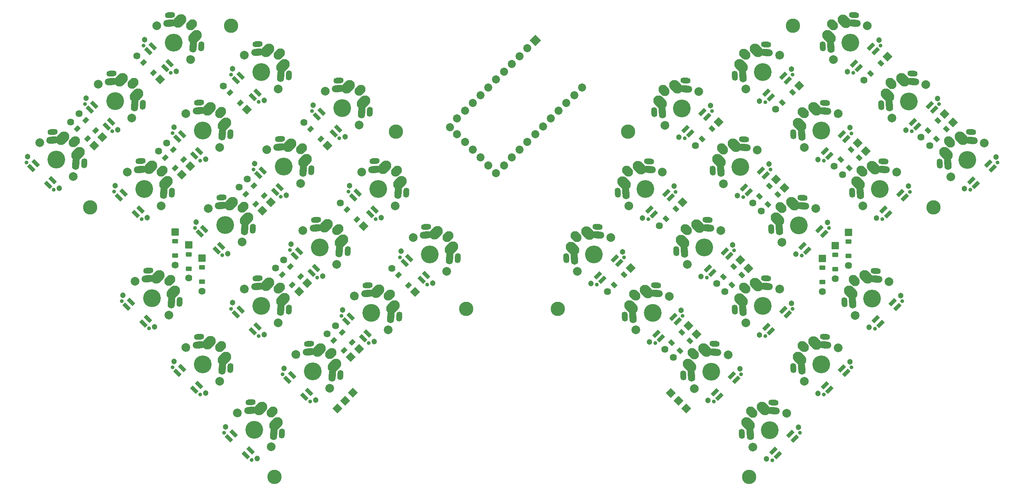
<source format=gbr>
G04 #@! TF.GenerationSoftware,KiCad,Pcbnew,(5.99.0-11349-g4025603a1f)*
G04 #@! TF.CreationDate,2022-06-14T13:32:40-04:00*
G04 #@! TF.ProjectId,eek,65656b2e-6b69-4636-9164-5f7063625858,rev?*
G04 #@! TF.SameCoordinates,Original*
G04 #@! TF.FileFunction,Soldermask,Bot*
G04 #@! TF.FilePolarity,Negative*
%FSLAX46Y46*%
G04 Gerber Fmt 4.6, Leading zero omitted, Abs format (unit mm)*
G04 Created by KiCad (PCBNEW (5.99.0-11349-g4025603a1f)) date 2022-06-14 13:32:40*
%MOMM*%
%LPD*%
G01*
G04 APERTURE LIST*
G04 Aperture macros list*
%AMRoundRect*
0 Rectangle with rounded corners*
0 $1 Rounding radius*
0 $2 $3 $4 $5 $6 $7 $8 $9 X,Y pos of 4 corners*
0 Add a 4 corners polygon primitive as box body*
4,1,4,$2,$3,$4,$5,$6,$7,$8,$9,$2,$3,0*
0 Add four circle primitives for the rounded corners*
1,1,$1+$1,$2,$3*
1,1,$1+$1,$4,$5*
1,1,$1+$1,$6,$7*
1,1,$1+$1,$8,$9*
0 Add four rect primitives between the rounded corners*
20,1,$1+$1,$2,$3,$4,$5,0*
20,1,$1+$1,$4,$5,$6,$7,0*
20,1,$1+$1,$6,$7,$8,$9,0*
20,1,$1+$1,$8,$9,$2,$3,0*%
%AMHorizOval*
0 Thick line with rounded ends*
0 $1 width*
0 $2 $3 position (X,Y) of the first rounded end (center of the circle)*
0 $4 $5 position (X,Y) of the second rounded end (center of the circle)*
0 Add line between two ends*
20,1,$1,$2,$3,$4,$5,0*
0 Add two circle primitives to create the rounded ends*
1,1,$1,$2,$3*
1,1,$1,$4,$5*%
G04 Aperture macros list end*
%ADD10RoundRect,0.051000X-0.106066X0.742462X-0.742462X0.106066X0.106066X-0.742462X0.742462X-0.106066X0*%
%ADD11RoundRect,0.051000X0.000000X1.077631X-1.077631X0.000000X0.000000X-1.077631X1.077631X0.000000X0*%
%ADD12C,1.626000*%
%ADD13RoundRect,0.051000X-0.600000X0.450000X-0.600000X-0.450000X0.600000X-0.450000X0.600000X0.450000X0*%
%ADD14RoundRect,0.051000X-0.762000X0.762000X-0.762000X-0.762000X0.762000X-0.762000X0.762000X0.762000X0*%
%ADD15C,1.302000*%
%ADD16C,2.002000*%
%ADD17C,3.502000*%
%ADD18HorizOval,2.102000X0.176777X-0.176777X-0.176777X0.176777X0*%
%ADD19HorizOval,1.652000X0.622622X-0.054472X-0.622622X0.054472X0*%
%ADD20HorizOval,2.402000X-0.366635X0.366635X0.366635X-0.366635X0*%
%ADD21HorizOval,1.352000X-0.041399X0.473192X0.041399X-0.473192X0*%
%ADD22HorizOval,1.352000X0.473192X-0.041399X-0.473192X0.041399X0*%
%ADD23HorizOval,1.652000X-0.054472X0.622622X0.054472X-0.622622X0*%
%ADD24RoundRect,0.051000X0.346482X0.926310X-0.926310X-0.346482X-0.346482X-0.926310X0.926310X0.346482X0*%
%ADD25C,0.902000*%
%ADD26C,4.089800*%
%ADD27C,1.193800*%
%ADD28RoundRect,0.051000X0.742462X0.106066X0.106066X0.742462X-0.742462X-0.106066X-0.106066X-0.742462X0*%
%ADD29RoundRect,0.051000X1.077631X0.000000X0.000000X1.077631X-1.077631X0.000000X0.000000X-1.077631X0*%
%ADD30HorizOval,2.102000X-0.176777X-0.176777X0.176777X0.176777X0*%
%ADD31HorizOval,1.652000X-0.054472X-0.622622X0.054472X0.622622X0*%
%ADD32HorizOval,2.402000X-0.366635X-0.366635X0.366635X0.366635X0*%
%ADD33HorizOval,1.352000X-0.041399X-0.473192X0.041399X0.473192X0*%
%ADD34HorizOval,1.652000X0.622622X0.054472X-0.622622X-0.054472X0*%
%ADD35HorizOval,1.352000X0.473192X0.041399X-0.473192X-0.041399X0*%
%ADD36RoundRect,0.051000X0.926310X-0.346482X-0.346482X0.926310X-0.926310X0.346482X0.346482X-0.926310X0*%
%ADD37C,3.302000*%
%ADD38RoundRect,0.051000X-1.077631X0.000000X0.000000X-1.077631X1.077631X0.000000X0.000000X1.077631X0*%
%ADD39RoundRect,0.051000X0.000000X1.239275X-1.239275X0.000000X0.000000X-1.239275X1.239275X0.000000X0*%
%ADD40C,1.854600*%
G04 APERTURE END LIST*
D10*
X165917008Y-104476455D03*
X168250460Y-102143003D03*
D11*
X169777811Y-100615652D03*
D12*
X164389657Y-106003806D03*
D10*
X177867112Y-89273659D03*
X180200564Y-86940207D03*
D11*
X181727915Y-85412856D03*
D12*
X176339761Y-90801010D03*
D10*
X188473714Y-68484720D03*
X186140262Y-70818172D03*
D11*
X190001065Y-66957369D03*
D12*
X184612911Y-72345523D03*
D10*
X204666459Y-62474312D03*
X206999911Y-60140860D03*
D11*
X208527262Y-58613509D03*
D12*
X203139108Y-64001663D03*
D10*
X227293875Y-53423345D03*
X224960423Y-55756797D03*
D11*
X228821226Y-51895994D03*
D12*
X223433072Y-57284148D03*
D10*
X179183274Y-117731726D03*
X181516726Y-115398274D03*
D11*
X183044077Y-113870923D03*
D12*
X177655923Y-119259077D03*
D10*
X193416726Y-100268274D03*
X191083274Y-102601726D03*
D11*
X194944077Y-98740923D03*
D12*
X189555923Y-104129077D03*
D10*
X199373274Y-84061726D03*
X201706726Y-81728274D03*
D11*
X203234077Y-80200923D03*
D12*
X197845923Y-85589077D03*
D10*
X218103274Y-75611726D03*
X220436726Y-73278274D03*
D11*
X221964077Y-71750923D03*
D12*
X216575923Y-77139077D03*
D10*
X240453452Y-66611548D03*
X238120000Y-68945000D03*
D11*
X241980803Y-65084197D03*
D12*
X236592649Y-70472351D03*
D10*
X183406726Y-117308274D03*
X181073274Y-119641726D03*
D11*
X184934077Y-115780923D03*
D12*
X179545923Y-121169077D03*
D10*
X192993274Y-104491726D03*
X195326726Y-102158274D03*
D11*
X196854077Y-100630923D03*
D12*
X191465923Y-106019077D03*
D10*
X201293274Y-85951726D03*
X203626726Y-83618274D03*
D11*
X205154077Y-82090923D03*
D12*
X199765923Y-87479077D03*
D10*
X220023274Y-77531726D03*
X222356726Y-75198274D03*
D11*
X223884077Y-73670923D03*
D12*
X218495923Y-79059077D03*
D13*
X213840000Y-103805000D03*
X213840000Y-100505000D03*
D14*
X213840000Y-98345000D03*
D12*
X213840000Y-105965000D03*
D13*
X216840000Y-97545000D03*
X216840000Y-100845000D03*
D14*
X216840000Y-95385000D03*
D12*
X216840000Y-103005000D03*
D13*
X219870000Y-97795000D03*
X219870000Y-94495000D03*
D14*
X219870000Y-92335000D03*
D12*
X219870000Y-99955000D03*
D15*
X212864655Y-129461367D03*
D16*
X209696817Y-126689508D03*
X217474991Y-118911334D03*
D17*
X213585904Y-122800421D03*
D15*
X220179689Y-122146333D03*
D18*
X209413974Y-118628491D03*
X209520040Y-118734557D03*
D19*
X214469787Y-118310293D03*
D20*
X212185833Y-117836531D03*
D21*
X207207801Y-123648949D03*
D22*
X214420290Y-116436460D03*
D23*
X209081634Y-123698447D03*
D20*
X208622014Y-121400350D03*
D24*
X218337662Y-123677233D03*
X214448574Y-127566321D03*
X215509234Y-128626981D03*
D25*
X214222300Y-129730067D03*
D24*
X219398322Y-124737894D03*
D25*
X220515550Y-123436817D03*
D26*
X213585904Y-122800421D03*
D27*
X209993802Y-126392523D03*
X217178006Y-119208319D03*
D17*
X201731967Y-137887250D03*
D16*
X197842880Y-141776337D03*
D15*
X201010718Y-144548196D03*
D16*
X205621054Y-133998163D03*
D15*
X208325752Y-137233162D03*
D19*
X202615850Y-133397122D03*
D18*
X197560037Y-133715320D03*
D20*
X200331896Y-132923360D03*
D18*
X197666103Y-133821386D03*
D21*
X195353864Y-138735778D03*
D20*
X196768077Y-136487179D03*
D23*
X197227697Y-138785276D03*
D22*
X202566353Y-131523289D03*
D24*
X206483725Y-138764062D03*
X202594637Y-142653150D03*
D25*
X202368363Y-144816896D03*
D24*
X203655297Y-143713810D03*
D25*
X208661613Y-138523646D03*
D24*
X207544385Y-139824723D03*
D27*
X205324069Y-134295148D03*
X198139865Y-141479352D03*
D26*
X201731967Y-137887250D03*
D16*
X178680285Y-107057395D03*
D17*
X174791198Y-110946482D03*
D16*
X170902111Y-114835569D03*
D15*
X174069949Y-117607428D03*
X181384983Y-110292394D03*
D18*
X170619268Y-106774552D03*
D20*
X173391127Y-105982592D03*
D18*
X170725334Y-106880618D03*
D19*
X175675081Y-106456354D03*
D23*
X170286928Y-111844508D03*
D22*
X175625584Y-104582521D03*
D20*
X169827308Y-109546411D03*
D21*
X168413095Y-111795010D03*
D24*
X179542956Y-111823294D03*
X175653868Y-115712382D03*
D25*
X175427594Y-117876128D03*
D24*
X176714528Y-116773042D03*
D25*
X181720844Y-111582878D03*
D24*
X180603616Y-112883955D03*
D26*
X174791198Y-110946482D03*
D27*
X171199096Y-114538584D03*
X178383300Y-107354380D03*
D17*
X233791480Y-62183692D03*
D16*
X237680567Y-58294605D03*
D15*
X233070231Y-68844638D03*
D16*
X229902393Y-66072779D03*
D15*
X240385265Y-61529604D03*
D18*
X229619550Y-58011762D03*
X229725616Y-58117828D03*
D19*
X234675363Y-57693564D03*
D20*
X232391409Y-57219802D03*
D21*
X227413377Y-63032220D03*
D20*
X228827590Y-60783621D03*
D23*
X229287210Y-63081718D03*
D22*
X234625866Y-55819731D03*
D24*
X238543238Y-63060504D03*
X234654150Y-66949592D03*
X235714810Y-68010252D03*
D25*
X234427876Y-69113338D03*
X240721126Y-62820088D03*
D24*
X239603898Y-64121165D03*
D26*
X233791480Y-62183692D03*
D27*
X230199378Y-65775794D03*
X237383582Y-58591590D03*
D15*
X206709304Y-54794411D03*
D17*
X200115519Y-55448499D03*
D15*
X199394270Y-62109445D03*
D16*
X204004606Y-51559412D03*
X196226432Y-59337586D03*
D18*
X196049655Y-51382635D03*
D19*
X200999402Y-50958371D03*
D18*
X195943589Y-51276569D03*
D20*
X198715448Y-50484609D03*
X195151629Y-54048428D03*
D23*
X195611249Y-56346525D03*
D21*
X193737416Y-56297027D03*
D22*
X200949905Y-49084538D03*
D24*
X204867277Y-56325311D03*
X200978189Y-60214399D03*
D25*
X200751915Y-62378145D03*
D24*
X202038849Y-61275059D03*
D25*
X207045165Y-56084895D03*
D24*
X205927937Y-57385972D03*
D27*
X203707621Y-51856397D03*
D26*
X200115519Y-55448499D03*
D27*
X196523417Y-59040601D03*
D15*
X226335040Y-89050213D03*
D16*
X230945376Y-78500180D03*
X223167202Y-86278354D03*
D17*
X227056289Y-82389267D03*
D15*
X233650074Y-81735179D03*
D18*
X222990425Y-78323403D03*
D19*
X227940172Y-77899139D03*
D20*
X225656218Y-77425377D03*
D18*
X222884359Y-78217337D03*
D20*
X222092399Y-80989196D03*
D21*
X220678186Y-83237795D03*
D23*
X222552019Y-83287293D03*
D22*
X227890675Y-76025306D03*
D24*
X231808047Y-83266079D03*
X227918959Y-87155167D03*
D25*
X227692685Y-89318913D03*
D24*
X228979619Y-88215827D03*
D25*
X233985935Y-83025663D03*
D24*
X232868707Y-84326740D03*
D27*
X230648391Y-78797165D03*
X223464187Y-85981369D03*
D26*
X227056289Y-82389267D03*
D17*
X220321096Y-48713308D03*
D15*
X226914881Y-48059220D03*
X219599847Y-55374254D03*
D16*
X216432009Y-52602395D03*
X224210183Y-44824221D03*
D19*
X221204979Y-44223180D03*
D20*
X218921025Y-43749418D03*
D18*
X216255232Y-44647444D03*
X216149166Y-44541378D03*
D20*
X215357206Y-47313237D03*
D23*
X215816826Y-49611334D03*
D22*
X221155482Y-42349347D03*
D21*
X213942993Y-49561836D03*
D24*
X225072854Y-49590120D03*
X221183766Y-53479208D03*
X222244426Y-54539868D03*
D25*
X220957492Y-55642954D03*
X227250742Y-49349704D03*
D24*
X226133514Y-50650781D03*
D27*
X216728994Y-52305410D03*
D26*
X220321096Y-48713308D03*
D27*
X223913198Y-45121206D03*
D15*
X215060944Y-90086817D03*
D16*
X212356246Y-86851818D03*
D15*
X207745910Y-97401851D03*
D17*
X208467159Y-90740905D03*
D16*
X204578072Y-94629992D03*
D19*
X209351042Y-86250777D03*
D18*
X204401295Y-86675041D03*
X204295229Y-86568975D03*
D20*
X207067088Y-85777015D03*
X203503269Y-89340834D03*
D23*
X203962889Y-91638931D03*
D22*
X209301545Y-84376944D03*
D21*
X202089056Y-91589433D03*
D24*
X213218917Y-91617717D03*
X209329829Y-95506805D03*
X210390489Y-96567465D03*
D25*
X209103555Y-97670551D03*
X215396805Y-91377301D03*
D24*
X214279577Y-92678378D03*
D27*
X204875057Y-94333007D03*
D26*
X208467159Y-90740905D03*
D27*
X212059261Y-87148803D03*
D16*
X184372494Y-128305953D03*
D17*
X188261581Y-124416866D03*
D15*
X194855366Y-123762778D03*
D16*
X192150668Y-120527779D03*
D15*
X187540332Y-131077812D03*
D18*
X184089651Y-120244936D03*
D20*
X186861510Y-119452976D03*
D18*
X184195717Y-120351002D03*
D19*
X189145464Y-119926738D03*
D21*
X181883478Y-125265394D03*
D23*
X183757311Y-125314892D03*
D22*
X189095967Y-118052905D03*
D20*
X183297691Y-123016795D03*
D24*
X193013339Y-125293678D03*
X189124251Y-129182766D03*
D25*
X188897977Y-131346512D03*
D24*
X190184911Y-130243426D03*
D25*
X195191227Y-125053262D03*
D24*
X194073999Y-126354339D03*
D27*
X191853683Y-120824764D03*
D26*
X188261581Y-124416866D03*
D27*
X184669479Y-128008968D03*
D15*
X199394271Y-115990982D03*
D17*
X200115520Y-109330036D03*
D16*
X196226433Y-113219123D03*
D15*
X206709305Y-108675948D03*
D16*
X204004607Y-105440949D03*
D20*
X198715449Y-104366146D03*
D18*
X196049656Y-105264172D03*
D19*
X200999403Y-104839908D03*
D18*
X195943590Y-105158106D03*
D23*
X195611250Y-110228062D03*
D20*
X195151630Y-107929965D03*
D21*
X193737417Y-110178564D03*
D22*
X200949906Y-102966075D03*
D24*
X204867278Y-110206848D03*
X200978190Y-114095936D03*
D25*
X200751916Y-116259682D03*
D24*
X202038850Y-115156596D03*
X205927938Y-111267509D03*
D25*
X207045166Y-109966432D03*
D26*
X200115520Y-109330036D03*
D27*
X203707622Y-105737934D03*
X196523418Y-112922138D03*
D16*
X209696818Y-72807970D03*
X217474992Y-65029796D03*
D15*
X220179690Y-68264795D03*
D17*
X213585905Y-68918883D03*
D15*
X212864656Y-75579829D03*
D19*
X214469788Y-64428755D03*
D18*
X209520041Y-64853019D03*
D20*
X212185834Y-63954993D03*
D18*
X209413975Y-64746953D03*
D22*
X214420291Y-62554922D03*
D23*
X209081635Y-69816909D03*
D21*
X207207802Y-69767411D03*
D20*
X208622015Y-67518812D03*
D24*
X218337663Y-69795695D03*
X214448575Y-73684783D03*
D25*
X214222301Y-75848529D03*
D24*
X215509235Y-74745443D03*
X219398323Y-70856356D03*
D25*
X220515551Y-69555279D03*
D26*
X213585905Y-68918883D03*
D27*
X217178007Y-65326781D03*
X209993803Y-72510985D03*
D17*
X186645135Y-95859651D03*
D16*
X182756048Y-99748738D03*
D15*
X193238920Y-95205563D03*
X185923886Y-102520597D03*
D16*
X190534222Y-91970564D03*
D20*
X185245064Y-90895761D03*
D18*
X182473205Y-91687721D03*
D19*
X187529018Y-91369523D03*
D18*
X182579271Y-91793787D03*
D22*
X187479521Y-89495690D03*
D21*
X180267032Y-96708179D03*
D20*
X181681245Y-94459580D03*
D23*
X182140865Y-96757677D03*
D24*
X191396893Y-96736463D03*
X187507805Y-100625551D03*
X188568465Y-101686211D03*
D25*
X187281531Y-102789297D03*
D24*
X192457553Y-97797124D03*
D25*
X193574781Y-96496047D03*
D26*
X186645135Y-95859651D03*
D27*
X183053033Y-99451753D03*
X190237237Y-92267549D03*
D16*
X251150951Y-71764988D03*
D17*
X247261864Y-75654075D03*
D15*
X253855649Y-74999987D03*
D16*
X243372777Y-79543162D03*
D15*
X246540615Y-82315021D03*
D19*
X248145747Y-71163947D03*
D18*
X243196000Y-71588211D03*
D20*
X245861793Y-70690185D03*
D18*
X243089934Y-71482145D03*
D21*
X240883761Y-76502603D03*
D23*
X242757594Y-76552101D03*
D22*
X248096250Y-69290114D03*
D20*
X242297974Y-74254004D03*
D24*
X252013622Y-76530887D03*
X248124534Y-80419975D03*
D25*
X247898260Y-82583721D03*
D24*
X249185194Y-81480635D03*
D25*
X254191510Y-76290471D03*
D24*
X253074282Y-77591548D03*
D27*
X243669762Y-79246177D03*
D26*
X247261864Y-75654075D03*
D27*
X250853966Y-72061973D03*
D17*
X194996773Y-77270521D03*
D15*
X194275524Y-83931467D03*
D16*
X198885860Y-73381434D03*
X191107686Y-81159608D03*
D15*
X201590558Y-76616433D03*
D19*
X195880656Y-72780393D03*
D20*
X193596702Y-72306631D03*
D18*
X190930909Y-73204657D03*
X190824843Y-73098591D03*
D21*
X188618670Y-78119049D03*
D20*
X190032883Y-75870450D03*
D23*
X190492503Y-78168547D03*
D22*
X195831159Y-70906560D03*
D24*
X199748531Y-78147333D03*
X195859443Y-82036421D03*
D25*
X195633169Y-84200167D03*
D24*
X196920103Y-83097081D03*
X200809191Y-79207994D03*
D25*
X201926419Y-77906917D03*
D26*
X194996773Y-77270521D03*
D27*
X191404671Y-80862623D03*
X198588875Y-73678419D03*
D15*
X179768536Y-81735179D03*
X172453502Y-89050213D03*
D16*
X169285664Y-86278354D03*
X177063838Y-78500180D03*
D17*
X173174751Y-82389267D03*
D18*
X169108887Y-78323403D03*
X169002821Y-78217337D03*
D19*
X174058634Y-77899139D03*
D20*
X171774680Y-77425377D03*
X168210861Y-80989196D03*
D22*
X174009137Y-76025306D03*
D23*
X168670481Y-83287293D03*
D21*
X166796648Y-83237795D03*
D24*
X177926509Y-83266079D03*
X174037421Y-87155167D03*
D25*
X173811147Y-89318913D03*
D24*
X175098081Y-88215827D03*
X178987169Y-84326740D03*
D25*
X180104397Y-83025663D03*
D27*
X169582649Y-85981369D03*
D26*
X173174751Y-82389267D03*
D27*
X176766853Y-78797165D03*
D15*
X224583889Y-114239832D03*
D16*
X229194225Y-103689799D03*
D15*
X231898923Y-106924798D03*
D17*
X225305138Y-107578886D03*
D16*
X221416051Y-111467973D03*
D20*
X223905067Y-102614996D03*
D19*
X226189021Y-103088758D03*
D18*
X221239274Y-103513022D03*
X221133208Y-103406956D03*
D23*
X220800868Y-108476912D03*
D22*
X226139524Y-101214925D03*
D20*
X220341248Y-106178815D03*
D21*
X218927035Y-108427414D03*
D24*
X230056896Y-108455698D03*
X226167808Y-112344786D03*
X227228468Y-113405446D03*
D25*
X225941534Y-114508532D03*
X232234784Y-108215282D03*
D24*
X231117556Y-109516359D03*
D27*
X228897240Y-103986784D03*
D26*
X225305138Y-107578886D03*
D27*
X221713036Y-111170988D03*
D16*
X165209901Y-93587011D03*
D15*
X160599565Y-104137044D03*
D17*
X161320814Y-97476098D03*
D15*
X167914599Y-96822010D03*
D16*
X157431727Y-101365185D03*
D18*
X157148884Y-93304168D03*
D19*
X162204697Y-92985970D03*
D18*
X157254950Y-93410234D03*
D20*
X159920743Y-92512208D03*
X156356924Y-96076027D03*
D23*
X156816544Y-98374124D03*
D21*
X154942711Y-98324626D03*
D22*
X162155200Y-91112137D03*
D24*
X166072572Y-98352910D03*
X162183484Y-102241998D03*
X163244144Y-103302658D03*
D25*
X161957210Y-104405744D03*
X168250460Y-98112494D03*
D24*
X167133232Y-99413571D03*
D27*
X157728712Y-101068200D03*
D26*
X161320814Y-97476098D03*
D27*
X164912916Y-93883996D03*
D17*
X181526389Y-63800137D03*
D15*
X180805140Y-70461083D03*
X188120174Y-63146049D03*
D16*
X185415476Y-59911050D03*
X177637302Y-67689224D03*
D19*
X182410272Y-59310009D03*
D20*
X180126318Y-58836247D03*
D18*
X177460525Y-59734273D03*
X177354459Y-59628207D03*
D20*
X176562499Y-62400066D03*
D23*
X177022119Y-64698163D03*
D22*
X182360775Y-57436176D03*
D21*
X175148286Y-64648665D03*
D24*
X186278147Y-64676949D03*
X182389059Y-68566037D03*
D25*
X182162785Y-70729783D03*
D24*
X183449719Y-69626697D03*
D25*
X188456035Y-64436533D03*
D24*
X187338807Y-65737610D03*
D26*
X181526389Y-63800137D03*
D27*
X177934287Y-67392239D03*
X185118491Y-60208035D03*
D28*
X44333274Y-66578274D03*
X46666726Y-68911726D03*
D29*
X48194077Y-70439077D03*
D12*
X42805923Y-65050923D03*
D28*
X66850000Y-75625000D03*
X64516548Y-73291548D03*
D29*
X68377351Y-77152351D03*
D12*
X62989197Y-71764197D03*
D28*
X91473274Y-100228274D03*
X93806726Y-102561726D03*
D29*
X95334077Y-104089077D03*
D12*
X89945923Y-98700923D03*
D13*
X68056128Y-97419861D03*
X68056128Y-100719861D03*
D14*
X68056128Y-95259861D03*
D12*
X68056128Y-102879861D03*
D28*
X62613274Y-75188274D03*
X64946726Y-77521726D03*
D29*
X66474077Y-79049077D03*
D12*
X61085923Y-73660923D03*
D13*
X64950000Y-94425000D03*
X64950000Y-97725000D03*
D14*
X64950000Y-92265000D03*
D12*
X64950000Y-99885000D03*
D28*
X44770000Y-70815000D03*
X42436548Y-68481548D03*
D29*
X46297351Y-72342351D03*
D12*
X40909197Y-66954197D03*
D28*
X81172960Y-83518274D03*
X83506412Y-85851726D03*
D29*
X85033763Y-87379077D03*
D12*
X79645609Y-81990923D03*
D28*
X83053274Y-81578274D03*
X85386726Y-83911726D03*
D29*
X86914077Y-85439077D03*
D12*
X81525923Y-80050923D03*
D28*
X91896726Y-104461726D03*
X89563274Y-102128274D03*
D29*
X93424077Y-105989077D03*
D12*
X88035923Y-100600923D03*
D28*
X96092913Y-68558203D03*
X98426365Y-70891655D03*
D29*
X99953716Y-72419006D03*
D12*
X94565562Y-67030852D03*
D28*
X59959755Y-55618149D03*
X57626303Y-53284697D03*
D29*
X61487106Y-57145500D03*
D12*
X56098952Y-51757346D03*
D28*
X104436772Y-87084401D03*
X106770224Y-89417853D03*
D29*
X108297575Y-90945204D03*
D12*
X102909421Y-85557050D03*
D28*
X77566715Y-60214343D03*
X79900167Y-62547795D03*
D29*
X81427518Y-64075146D03*
D12*
X76039364Y-58686992D03*
D28*
X118649618Y-104549938D03*
X116316166Y-102216486D03*
D29*
X120176969Y-106077289D03*
D12*
X114788815Y-100689135D03*
D28*
X101433274Y-117238274D03*
X103766726Y-119571726D03*
D29*
X105294077Y-121099077D03*
D12*
X99905923Y-115710923D03*
D13*
X71080000Y-100435000D03*
X71080000Y-103735000D03*
D14*
X71080000Y-98275000D03*
D12*
X71080000Y-105895000D03*
D28*
X105696726Y-117691726D03*
X103363274Y-115358274D03*
D29*
X107224077Y-119219077D03*
D12*
X101835923Y-113830923D03*
D10*
X242406726Y-68538274D03*
X240073274Y-70871726D03*
D11*
X243934077Y-67010923D03*
D12*
X238545923Y-72399077D03*
D16*
X87041946Y-141743756D03*
D15*
X83806947Y-144448454D03*
X76491913Y-137133420D03*
D17*
X83152859Y-137854669D03*
D16*
X79263772Y-133965582D03*
D30*
X87324789Y-133682739D03*
D31*
X87642987Y-138738552D03*
D30*
X87218723Y-133788805D03*
D32*
X88116749Y-136454598D03*
D33*
X89516820Y-138689055D03*
D34*
X82254833Y-133350399D03*
D32*
X84552930Y-132890779D03*
D35*
X82304331Y-131476566D03*
D36*
X82276047Y-142606427D03*
X78386959Y-138717339D03*
D25*
X76223213Y-138491065D03*
D36*
X77326299Y-139777999D03*
D25*
X82516463Y-144784315D03*
D36*
X81215386Y-143667087D03*
D27*
X79560757Y-134262567D03*
X86744961Y-141446771D03*
D26*
X83152859Y-137854669D03*
D16*
X92734156Y-120495196D03*
D15*
X89962297Y-123663034D03*
D16*
X100512330Y-128273370D03*
D15*
X97277331Y-130978068D03*
D17*
X96623243Y-124384283D03*
D31*
X101113371Y-125268166D03*
D32*
X101587133Y-122984212D03*
D30*
X100689107Y-120318419D03*
X100795173Y-120212353D03*
D34*
X95725217Y-119880013D03*
D32*
X98023314Y-119420393D03*
D33*
X102987204Y-125218669D03*
D35*
X95774715Y-118006180D03*
D36*
X95746431Y-129136041D03*
X91857343Y-125246953D03*
X90796683Y-126307613D03*
D25*
X89693597Y-125020679D03*
D36*
X94685770Y-130196701D03*
D25*
X95986847Y-131313929D03*
D26*
X96623243Y-124384283D03*
D27*
X93031141Y-120792181D03*
X100215345Y-127976385D03*
D15*
X44432398Y-61429859D03*
D16*
X47204257Y-58262021D03*
D15*
X51747432Y-68744893D03*
D16*
X54982431Y-66040195D03*
D17*
X51093344Y-62151108D03*
D31*
X55583472Y-63034991D03*
D30*
X55265274Y-57979178D03*
X55159208Y-58085244D03*
D32*
X56057234Y-60751037D03*
D35*
X50244816Y-55773005D03*
D34*
X50195318Y-57646838D03*
D33*
X57457305Y-62985494D03*
D32*
X52493415Y-57187218D03*
D36*
X50216532Y-66902866D03*
X46327444Y-63013778D03*
X45266784Y-64074438D03*
D25*
X44163698Y-62787504D03*
D36*
X49155871Y-67963526D03*
D25*
X50456948Y-69080754D03*
D27*
X47501242Y-58559006D03*
D26*
X51093344Y-62151108D03*
D27*
X54685446Y-65743210D03*
D15*
X78108359Y-108576204D03*
X85423393Y-115891238D03*
D17*
X84769305Y-109297453D03*
D16*
X80880218Y-105408366D03*
X88658392Y-113186540D03*
D30*
X88835169Y-105231589D03*
X88941235Y-105125523D03*
D32*
X89733195Y-107897382D03*
D31*
X89259433Y-110181336D03*
D34*
X83871279Y-104793183D03*
D32*
X86169376Y-104333563D03*
D33*
X91133266Y-110131839D03*
D35*
X83920777Y-102919350D03*
D36*
X83892493Y-114049211D03*
X80003405Y-110160123D03*
X78942745Y-111220783D03*
D25*
X77839659Y-109933849D03*
X84132909Y-116227099D03*
D36*
X82831832Y-115109871D03*
D27*
X81177203Y-105705351D03*
X88361407Y-112889555D03*
D26*
X84769305Y-109297453D03*
D15*
X38277047Y-82215278D03*
D17*
X37622959Y-75621493D03*
D15*
X30962013Y-74900244D03*
D16*
X41512046Y-79510580D03*
X33733872Y-71732406D03*
D30*
X41794889Y-71449563D03*
X41688823Y-71555629D03*
D31*
X42113087Y-76505376D03*
D32*
X42586849Y-74221422D03*
D34*
X36724933Y-71117223D03*
D32*
X39023030Y-70657603D03*
D33*
X43986920Y-76455879D03*
D35*
X36774431Y-69243390D03*
D36*
X36746147Y-80373251D03*
X32857059Y-76484163D03*
D25*
X30693313Y-76257889D03*
D36*
X31796399Y-77544823D03*
D25*
X36986563Y-82551139D03*
D36*
X35685486Y-81433911D03*
D27*
X41215061Y-79213595D03*
D26*
X37622959Y-75621493D03*
D27*
X34030857Y-72029391D03*
D17*
X89888050Y-77237939D03*
D16*
X85998963Y-73348852D03*
D15*
X83227104Y-76516690D03*
X90542138Y-83831724D03*
D16*
X93777137Y-81127026D03*
D30*
X94059980Y-73066009D03*
D31*
X94378178Y-78121822D03*
D30*
X93953914Y-73172075D03*
D32*
X94851940Y-75837868D03*
D34*
X88990024Y-72733669D03*
D33*
X96252011Y-78072325D03*
D35*
X89039522Y-70859836D03*
D32*
X91288121Y-72274049D03*
D36*
X89011238Y-81989697D03*
X85122150Y-78100609D03*
D25*
X82958404Y-77874335D03*
D36*
X84061490Y-79161269D03*
D25*
X89251654Y-84167585D03*
D36*
X87950577Y-83050357D03*
D26*
X89888050Y-77237939D03*
D27*
X86295948Y-73645837D03*
X93480152Y-80830041D03*
D17*
X71298921Y-122767837D03*
D16*
X67409834Y-118878750D03*
X75188008Y-126656924D03*
D15*
X71953009Y-129361622D03*
X64637975Y-122046588D03*
D30*
X75364785Y-118701973D03*
X75470851Y-118595907D03*
D31*
X75789049Y-123651720D03*
D32*
X76262811Y-121367766D03*
D34*
X70400895Y-118263567D03*
D33*
X77662882Y-123602223D03*
D35*
X70450393Y-116389734D03*
D32*
X72698992Y-117803947D03*
D36*
X70422109Y-127519595D03*
X66533021Y-123630507D03*
X65472361Y-124691167D03*
D25*
X64369275Y-123404233D03*
X70662525Y-129697483D03*
D36*
X69361448Y-128580255D03*
D26*
X71298921Y-122767837D03*
D27*
X67706819Y-119175735D03*
X74891023Y-126359939D03*
D16*
X80306754Y-94597410D03*
D15*
X69756721Y-89987074D03*
X77071755Y-97302108D03*
D16*
X72528580Y-86819236D03*
D17*
X76417667Y-90708323D03*
D32*
X81381557Y-89308252D03*
D31*
X80907795Y-91592206D03*
D30*
X80589597Y-86536393D03*
X80483531Y-86642459D03*
D32*
X77817738Y-85744433D03*
D35*
X75569139Y-84330220D03*
D34*
X75519641Y-86204053D03*
D33*
X82781628Y-91542709D03*
D36*
X75540855Y-95460081D03*
X71651767Y-91570993D03*
D25*
X69488021Y-91344719D03*
D36*
X70591107Y-92631653D03*
D25*
X75781271Y-97637969D03*
D36*
X74480194Y-96520741D03*
D27*
X80009769Y-94300425D03*
D26*
X76417667Y-90708323D03*
D27*
X72825565Y-87116221D03*
D17*
X71298921Y-68886302D03*
D15*
X64637975Y-68165053D03*
D16*
X75188008Y-72775389D03*
X67409834Y-64997215D03*
D15*
X71953009Y-75480087D03*
D30*
X75470851Y-64714372D03*
D32*
X76262811Y-67486231D03*
D31*
X75789049Y-69770185D03*
D30*
X75364785Y-64820438D03*
D34*
X70400895Y-64382032D03*
D35*
X70450393Y-62508199D03*
D33*
X77662882Y-69720688D03*
D32*
X72698992Y-63922412D03*
D36*
X70422109Y-73638060D03*
X66533021Y-69748972D03*
X65472361Y-70809632D03*
D25*
X64369275Y-69522698D03*
D36*
X69361448Y-74698720D03*
D25*
X70662525Y-75815948D03*
D26*
X71298921Y-68886302D03*
D27*
X67706819Y-65294200D03*
X74891023Y-72478404D03*
D16*
X102128775Y-99716156D03*
D17*
X98239688Y-95827069D03*
D16*
X94350601Y-91937982D03*
D15*
X98893776Y-102420854D03*
X91578742Y-95105820D03*
D30*
X102411618Y-91655139D03*
D32*
X103203578Y-94426998D03*
D30*
X102305552Y-91761205D03*
D31*
X102729816Y-96710952D03*
D34*
X97341662Y-91322799D03*
D33*
X104603649Y-96661455D03*
D32*
X99639759Y-90863179D03*
D35*
X97391160Y-89448966D03*
D36*
X97362876Y-100578827D03*
X93473788Y-96689739D03*
X92413128Y-97750399D03*
D25*
X91310042Y-96463465D03*
D36*
X96302215Y-101639487D03*
D25*
X97603292Y-102756715D03*
D26*
X98239688Y-95827069D03*
D27*
X94647586Y-92234967D03*
X101831790Y-99419171D03*
D17*
X57828537Y-82356685D03*
D16*
X61717624Y-86245772D03*
X53939450Y-78467598D03*
D15*
X58482625Y-88950470D03*
X51167591Y-81635436D03*
D31*
X62318665Y-83240568D03*
D30*
X61894401Y-78290821D03*
D32*
X62792427Y-80956614D03*
D30*
X62000467Y-78184755D03*
D32*
X59228608Y-77392795D03*
D34*
X56930511Y-77852415D03*
D33*
X64192498Y-83191071D03*
D35*
X56980009Y-75978582D03*
D36*
X56951725Y-87108443D03*
X53062637Y-83219355D03*
X52001977Y-84280015D03*
D25*
X50898891Y-82993081D03*
X57192141Y-89286331D03*
D36*
X55891064Y-88169103D03*
D27*
X54236435Y-78764583D03*
X61420639Y-85948787D03*
D26*
X57828537Y-82356685D03*
D15*
X103432680Y-110192651D03*
D17*
X110093626Y-110913900D03*
D16*
X113982713Y-114802987D03*
X106204539Y-107024813D03*
D15*
X110747714Y-117507685D03*
D30*
X114265556Y-106741970D03*
X114159490Y-106848036D03*
D32*
X115057516Y-109513829D03*
D31*
X114583754Y-111797783D03*
D32*
X111493697Y-105950010D03*
D34*
X109195600Y-106409630D03*
D33*
X116457587Y-111748286D03*
D35*
X109245098Y-104535797D03*
D36*
X109216814Y-115665658D03*
X105327726Y-111776570D03*
X104267066Y-112837230D03*
D25*
X103163980Y-111550296D03*
D36*
X108156153Y-116726318D03*
D25*
X109457230Y-117843546D03*
D26*
X110093626Y-110913900D03*
D27*
X106501524Y-107321798D03*
X113685728Y-114506002D03*
D16*
X68452815Y-52569811D03*
D15*
X57902782Y-47959475D03*
D16*
X60674641Y-44791637D03*
D15*
X65217816Y-55274509D03*
D17*
X64563728Y-48680724D03*
D30*
X68629592Y-44614860D03*
D32*
X69527618Y-47280653D03*
D31*
X69053856Y-49564607D03*
D30*
X68735658Y-44508794D03*
D32*
X65963799Y-43716834D03*
D35*
X63715200Y-42302621D03*
D34*
X63665702Y-44176454D03*
D33*
X70927689Y-49515110D03*
D36*
X63686916Y-53432482D03*
X59797828Y-49543394D03*
X58737168Y-50604054D03*
D25*
X57634082Y-49317120D03*
D36*
X62626255Y-54493142D03*
D25*
X63927332Y-55610370D03*
D27*
X68155830Y-52272826D03*
X60971626Y-45088622D03*
D26*
X64563728Y-48680724D03*
D16*
X88658392Y-59305003D03*
D15*
X78108359Y-54694667D03*
D16*
X80880218Y-51526829D03*
D17*
X84769305Y-55415916D03*
D15*
X85423393Y-62009701D03*
D30*
X88941235Y-51243986D03*
X88835169Y-51350052D03*
D31*
X89259433Y-56299799D03*
D32*
X89733195Y-54015845D03*
D34*
X83871279Y-50911646D03*
D35*
X83920777Y-49037813D03*
D32*
X86169376Y-50452026D03*
D33*
X91133266Y-56250302D03*
D36*
X83892493Y-60167674D03*
X80003405Y-56278586D03*
X78942745Y-57339246D03*
D25*
X77839659Y-56052312D03*
D36*
X82831832Y-61228334D03*
D25*
X84132909Y-62345562D03*
D26*
X84769305Y-55415916D03*
D27*
X88361407Y-59008018D03*
X81177203Y-51823814D03*
D17*
X111710072Y-82356685D03*
D16*
X107820985Y-78467598D03*
D15*
X112364160Y-88950470D03*
X105049126Y-81635436D03*
D16*
X115599159Y-86245772D03*
D32*
X116673962Y-80956614D03*
D31*
X116200200Y-83240568D03*
D30*
X115775936Y-78290821D03*
X115882002Y-78184755D03*
D35*
X110861544Y-75978582D03*
D32*
X113110143Y-77392795D03*
D34*
X110812046Y-77852415D03*
D33*
X118074033Y-83191071D03*
D36*
X110833260Y-87108443D03*
X106944172Y-83219355D03*
D25*
X104780426Y-82993081D03*
D36*
X105883512Y-84280015D03*
X109772599Y-88169103D03*
D25*
X111073676Y-89286331D03*
D26*
X111710072Y-82356685D03*
D27*
X115302174Y-85948787D03*
X108117970Y-78764583D03*
D15*
X60233774Y-114140088D03*
D16*
X55690599Y-103657216D03*
X63468773Y-111435390D03*
D15*
X52918740Y-106825054D03*
D17*
X59579686Y-107546303D03*
D30*
X63751616Y-103374373D03*
D32*
X64543576Y-106146232D03*
D30*
X63645550Y-103480439D03*
D31*
X64069814Y-108430186D03*
D35*
X58731158Y-101168200D03*
D34*
X58681660Y-103042033D03*
D32*
X60979757Y-102582413D03*
D33*
X65943647Y-108380689D03*
D36*
X58702874Y-112298061D03*
X54813786Y-108408973D03*
X53753126Y-109469633D03*
D25*
X52650040Y-108182699D03*
D36*
X57642213Y-113358721D03*
D25*
X58943290Y-114475949D03*
D26*
X59579686Y-107546303D03*
D27*
X55987584Y-103954201D03*
X63171788Y-111138405D03*
D17*
X123564012Y-97443515D03*
D15*
X116903066Y-96722266D03*
X124218100Y-104037300D03*
D16*
X119674925Y-93554428D03*
X127453099Y-101332602D03*
D32*
X128527902Y-96043444D03*
D30*
X127735942Y-93271585D03*
X127629876Y-93377651D03*
D31*
X128054140Y-98327398D03*
D34*
X122665986Y-92939245D03*
D35*
X122715484Y-91065412D03*
D32*
X124964083Y-92479625D03*
D33*
X129927973Y-98277901D03*
D36*
X122687200Y-102195273D03*
X118798112Y-98306185D03*
D25*
X116634366Y-98079911D03*
D36*
X117737452Y-99366845D03*
D25*
X122927616Y-104373161D03*
D36*
X121626539Y-103255933D03*
D27*
X127156114Y-101035617D03*
X119971910Y-93851413D03*
D26*
X123564012Y-97443515D03*
D16*
X99469347Y-59878468D03*
X107247521Y-67656642D03*
D17*
X103358434Y-63767555D03*
D15*
X104012522Y-70361340D03*
X96697488Y-63046306D03*
D31*
X107848562Y-64651438D03*
D32*
X108322324Y-62367484D03*
D30*
X107530364Y-59595625D03*
X107424298Y-59701691D03*
D32*
X104758505Y-58803665D03*
D35*
X102509906Y-57389452D03*
D34*
X102460408Y-59263285D03*
D33*
X109722395Y-64601941D03*
D36*
X102481622Y-68519313D03*
X98592534Y-64630225D03*
D25*
X96428788Y-64403951D03*
D36*
X97531874Y-65690885D03*
X101420961Y-69579973D03*
D25*
X102722038Y-70697201D03*
D26*
X103358434Y-63767555D03*
D27*
X99766332Y-60175453D03*
X106950536Y-67359657D03*
D37*
X77800000Y-44800000D03*
X207050000Y-44800000D03*
X169150000Y-69200000D03*
X131900000Y-110000000D03*
X152950000Y-110000000D03*
X115700000Y-69200000D03*
X239450000Y-86600000D03*
X45400000Y-86600000D03*
D38*
X102253949Y-132896051D03*
X104050000Y-131100000D03*
X105846051Y-129303949D03*
D11*
X178953949Y-129328949D03*
X180750000Y-131125000D03*
X182546051Y-132921051D03*
D39*
X147780081Y-48191888D03*
D40*
X145984030Y-49987939D03*
X144187979Y-51783990D03*
X142391927Y-53580041D03*
X140595876Y-55376092D03*
X138799825Y-57172144D03*
X137003774Y-58968195D03*
X135207722Y-60764246D03*
X133411671Y-62560297D03*
X131615620Y-64356349D03*
X129819569Y-66152400D03*
X128185162Y-68110096D03*
X138799825Y-78724758D03*
X140595876Y-76928707D03*
X142391927Y-75132656D03*
X144187979Y-73336605D03*
X145984030Y-71540554D03*
X147780081Y-69744502D03*
X149576132Y-67948451D03*
X151372184Y-66152400D03*
X153168235Y-64356349D03*
X154964286Y-62560297D03*
X156760337Y-60764246D03*
X158556388Y-58968195D03*
X129819569Y-69744502D03*
X131615620Y-71540554D03*
X133411671Y-73336605D03*
X135207722Y-75132656D03*
X137003774Y-76928707D03*
D37*
X87800000Y-148700000D03*
X197050000Y-148700000D03*
M02*

</source>
